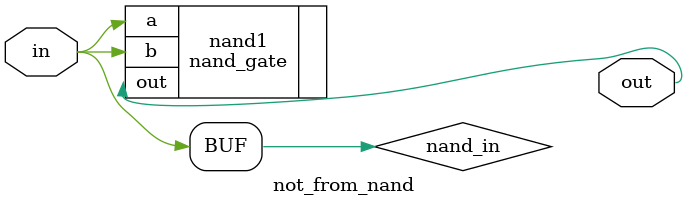
<source format=v>
module not_from_nand(
    input wire in,
    output wire out
);
    // Internal wire isn't necessary here but helps show the concept
    wire nand_in;
    assign nand_in = in;
    
    // Instantiate our NAND gate with both inputs connected to 'in'
    nand_gate nand1(
        .a(nand_in),
        .b(nand_in),
        .out(out)
    );
endmodule
</source>
